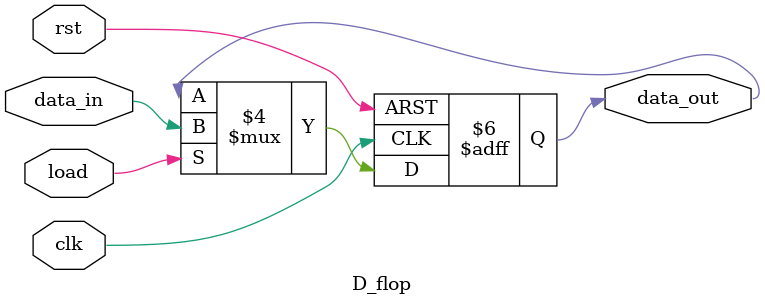
<source format=v>
module D_flop (data_out, data_in, load, clk, rst);
output data_out;
input data_in;
input load;
input clk, rst;
reg data_out;
always @ (posedge clk or negedge rst)
if (rst == 0) data_out <= 0; else if (load == 1) data_out <= data_in;
endmodule

</source>
